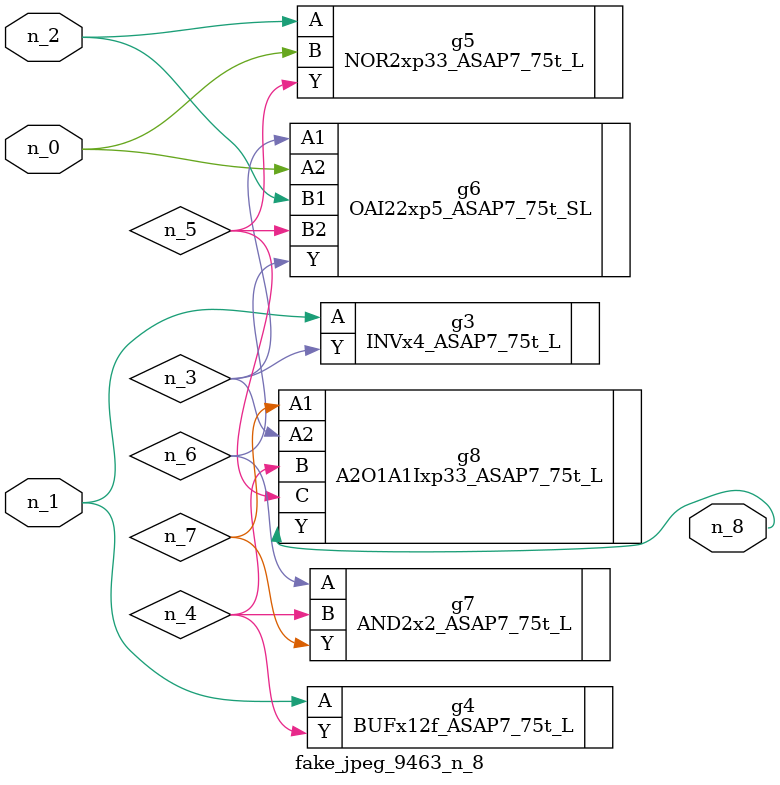
<source format=v>
module fake_jpeg_9463_n_8 (n_0, n_2, n_1, n_8);

input n_0;
input n_2;
input n_1;

output n_8;

wire n_3;
wire n_4;
wire n_6;
wire n_5;
wire n_7;

INVx4_ASAP7_75t_L g3 ( 
.A(n_1),
.Y(n_3)
);

BUFx12f_ASAP7_75t_L g4 ( 
.A(n_1),
.Y(n_4)
);

NOR2xp33_ASAP7_75t_L g5 ( 
.A(n_2),
.B(n_0),
.Y(n_5)
);

OAI22xp5_ASAP7_75t_SL g6 ( 
.A1(n_3),
.A2(n_0),
.B1(n_2),
.B2(n_5),
.Y(n_6)
);

AND2x2_ASAP7_75t_L g7 ( 
.A(n_6),
.B(n_4),
.Y(n_7)
);

A2O1A1Ixp33_ASAP7_75t_L g8 ( 
.A1(n_7),
.A2(n_3),
.B(n_4),
.C(n_5),
.Y(n_8)
);


endmodule
</source>
